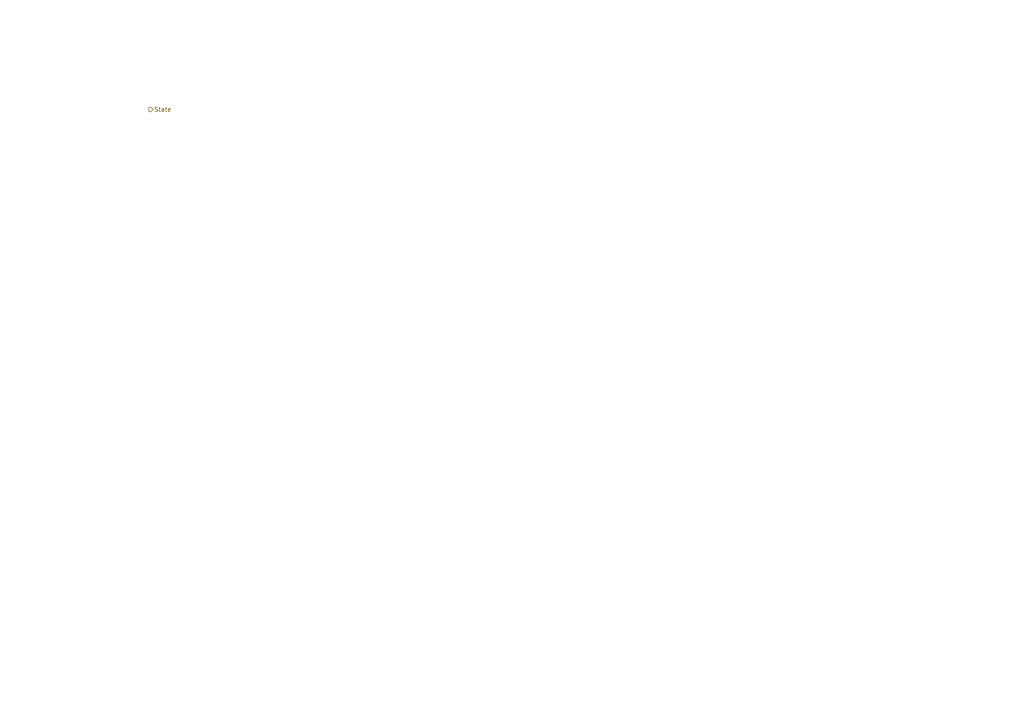
<source format=kicad_sch>
(kicad_sch (version 20230121) (generator eeschema)
  (paper "A4")
  (lib_symbols)
  (hierarchical_label "State" (shape output) (at 43.18 31.75 0))
)
</source>
